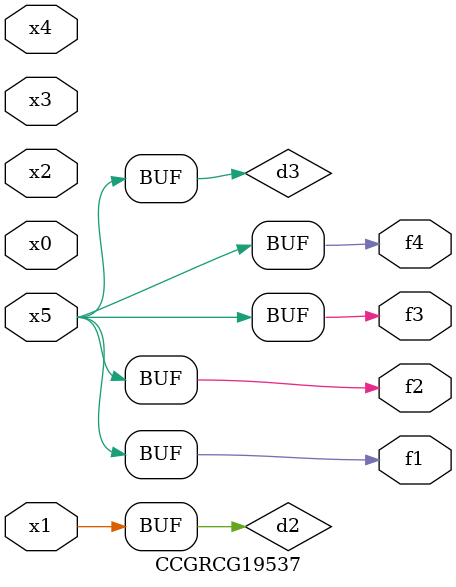
<source format=v>
module CCGRCG19537(
	input x0, x1, x2, x3, x4, x5,
	output f1, f2, f3, f4
);

	wire d1, d2, d3;

	not (d1, x5);
	or (d2, x1);
	xnor (d3, d1);
	assign f1 = d3;
	assign f2 = d3;
	assign f3 = d3;
	assign f4 = d3;
endmodule

</source>
